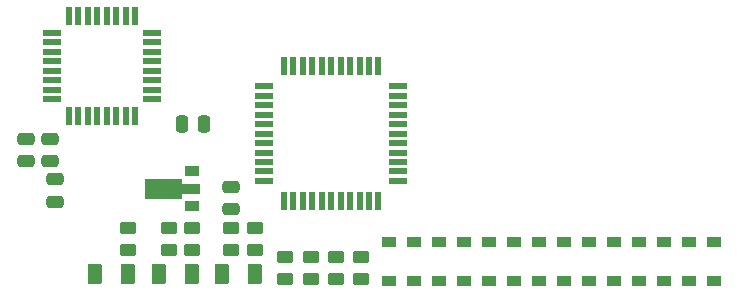
<source format=gbr>
%TF.GenerationSoftware,KiCad,Pcbnew,7.0.10*%
%TF.CreationDate,2024-06-09T02:47:37+01:00*%
%TF.ProjectId,Electron-PS2Slim,456c6563-7472-46f6-9e2d-505332536c69,rev?*%
%TF.SameCoordinates,Original*%
%TF.FileFunction,Paste,Top*%
%TF.FilePolarity,Positive*%
%FSLAX46Y46*%
G04 Gerber Fmt 4.6, Leading zero omitted, Abs format (unit mm)*
G04 Created by KiCad (PCBNEW 7.0.10) date 2024-06-09 02:47:37*
%MOMM*%
%LPD*%
G01*
G04 APERTURE LIST*
G04 Aperture macros list*
%AMRoundRect*
0 Rectangle with rounded corners*
0 $1 Rounding radius*
0 $2 $3 $4 $5 $6 $7 $8 $9 X,Y pos of 4 corners*
0 Add a 4 corners polygon primitive as box body*
4,1,4,$2,$3,$4,$5,$6,$7,$8,$9,$2,$3,0*
0 Add four circle primitives for the rounded corners*
1,1,$1+$1,$2,$3*
1,1,$1+$1,$4,$5*
1,1,$1+$1,$6,$7*
1,1,$1+$1,$8,$9*
0 Add four rect primitives between the rounded corners*
20,1,$1+$1,$2,$3,$4,$5,0*
20,1,$1+$1,$4,$5,$6,$7,0*
20,1,$1+$1,$6,$7,$8,$9,0*
20,1,$1+$1,$8,$9,$2,$3,0*%
%AMFreePoly0*
4,1,9,3.862500,-0.866500,0.737500,-0.866500,0.737500,-0.450000,-0.737500,-0.450000,-0.737500,0.450000,0.737500,0.450000,0.737500,0.866500,3.862500,0.866500,3.862500,-0.866500,3.862500,-0.866500,$1*%
G04 Aperture macros list end*
%ADD10R,1.200000X0.900000*%
%ADD11R,1.300000X0.900000*%
%ADD12FreePoly0,180.000000*%
%ADD13RoundRect,0.250000X-0.250000X-0.475000X0.250000X-0.475000X0.250000X0.475000X-0.250000X0.475000X0*%
%ADD14RoundRect,0.250000X0.450000X-0.262500X0.450000X0.262500X-0.450000X0.262500X-0.450000X-0.262500X0*%
%ADD15RoundRect,0.250000X-0.375000X-0.625000X0.375000X-0.625000X0.375000X0.625000X-0.375000X0.625000X0*%
%ADD16R,1.500000X0.550000*%
%ADD17R,0.550000X1.500000*%
%ADD18RoundRect,0.250000X-0.475000X0.250000X-0.475000X-0.250000X0.475000X-0.250000X0.475000X0.250000X0*%
%ADD19RoundRect,0.250000X-0.450000X0.262500X-0.450000X-0.262500X0.450000X-0.262500X0.450000X0.262500X0*%
%ADD20R,1.600000X0.550000*%
%ADD21R,0.550000X1.600000*%
G04 APERTURE END LIST*
D10*
%TO.C,D6*%
X83275000Y-106875000D03*
X83275000Y-103575000D03*
%TD*%
D11*
%TO.C,Q1*%
X56025000Y-100587500D03*
D12*
X55937500Y-99087500D03*
D11*
X56025000Y-97587500D03*
%TD*%
D10*
%TO.C,D7*%
X85375000Y-106875000D03*
X85375000Y-103575000D03*
%TD*%
D13*
%TO.C,C802*%
X55150000Y-93650000D03*
X57050000Y-93650000D03*
%TD*%
D14*
%TO.C,R18*%
X50625000Y-104250000D03*
X50625000Y-102425000D03*
%TD*%
D10*
%TO.C,D9*%
X89625000Y-106875000D03*
X89625000Y-103575000D03*
%TD*%
D15*
%TO.C,D17*%
X58535000Y-106287500D03*
X61335000Y-106287500D03*
%TD*%
D10*
%TO.C,D8*%
X87500000Y-106875000D03*
X87500000Y-103575000D03*
%TD*%
D16*
%TO.C,IC803*%
X73500000Y-98425000D03*
X73500000Y-97625000D03*
X73500000Y-96825000D03*
X73500000Y-96025000D03*
X73500000Y-95225000D03*
X73500000Y-94425000D03*
X73500000Y-93625000D03*
X73500000Y-92825000D03*
X73500000Y-92025000D03*
X73500000Y-91225000D03*
X73500000Y-90425000D03*
D17*
X71800000Y-88725000D03*
X71000000Y-88725000D03*
X70200000Y-88725000D03*
X69400000Y-88725000D03*
X68600000Y-88725000D03*
X67800000Y-88725000D03*
X67000000Y-88725000D03*
X66200000Y-88725000D03*
X65400000Y-88725000D03*
X64600000Y-88725000D03*
X63800000Y-88725000D03*
D16*
X62100000Y-90425000D03*
X62100000Y-91225000D03*
X62100000Y-92025000D03*
X62100000Y-92825000D03*
X62100000Y-93625000D03*
X62100000Y-94425000D03*
X62100000Y-95225000D03*
X62100000Y-96025000D03*
X62100000Y-96825000D03*
X62100000Y-97625000D03*
X62100000Y-98425000D03*
D17*
X63800000Y-100125000D03*
X64600000Y-100125000D03*
X65400000Y-100125000D03*
X66200000Y-100125000D03*
X67000000Y-100125000D03*
X67800000Y-100125000D03*
X68600000Y-100125000D03*
X69400000Y-100125000D03*
X70200000Y-100125000D03*
X71000000Y-100125000D03*
X71800000Y-100125000D03*
%TD*%
D18*
%TO.C,C806*%
X59350000Y-98925000D03*
X59350000Y-100825000D03*
%TD*%
D14*
%TO.C,R3*%
X66050000Y-106700000D03*
X66050000Y-104875000D03*
%TD*%
%TO.C,R4*%
X68200000Y-106700000D03*
X68200000Y-104875000D03*
%TD*%
D19*
%TO.C,R17*%
X56025000Y-102425000D03*
X56025000Y-104250000D03*
%TD*%
D10*
%TO.C,D14*%
X100200000Y-106875000D03*
X100200000Y-103575000D03*
%TD*%
D18*
%TO.C,C807*%
X44450000Y-98300000D03*
X44450000Y-100200000D03*
%TD*%
D10*
%TO.C,D3*%
X76925000Y-106875000D03*
X76925000Y-103575000D03*
%TD*%
D18*
%TO.C,C801*%
X41975000Y-94850000D03*
X41975000Y-96750000D03*
%TD*%
D10*
%TO.C,D5*%
X81150000Y-106875000D03*
X81150000Y-103575000D03*
%TD*%
D15*
%TO.C,D16*%
X53225000Y-106287500D03*
X56025000Y-106287500D03*
%TD*%
D20*
%TO.C,IC800*%
X44150000Y-85900000D03*
X44150000Y-86700000D03*
X44150000Y-87500000D03*
X44150000Y-88300000D03*
X44150000Y-89100000D03*
X44150000Y-89900000D03*
X44150000Y-90700000D03*
X44150000Y-91500000D03*
D21*
X45600000Y-92950000D03*
X46400000Y-92950000D03*
X47200000Y-92950000D03*
X48000000Y-92950000D03*
X48800000Y-92950000D03*
X49600000Y-92950000D03*
X50400000Y-92950000D03*
X51200000Y-92950000D03*
D20*
X52650000Y-91500000D03*
X52650000Y-90700000D03*
X52650000Y-89900000D03*
X52650000Y-89100000D03*
X52650000Y-88300000D03*
X52650000Y-87500000D03*
X52650000Y-86700000D03*
X52650000Y-85900000D03*
D21*
X51200000Y-84450000D03*
X50400000Y-84450000D03*
X49600000Y-84450000D03*
X48800000Y-84450000D03*
X48000000Y-84450000D03*
X47200000Y-84450000D03*
X46400000Y-84450000D03*
X45600000Y-84450000D03*
%TD*%
D18*
%TO.C,C800*%
X44025000Y-94850000D03*
X44025000Y-96750000D03*
%TD*%
D10*
%TO.C,D12*%
X96000000Y-106875000D03*
X96000000Y-103575000D03*
%TD*%
D19*
%TO.C,R804*%
X59350000Y-102425000D03*
X59350000Y-104250000D03*
%TD*%
D14*
%TO.C,R16*%
X54050000Y-104250000D03*
X54050000Y-102425000D03*
%TD*%
%TO.C,R5*%
X70350000Y-106700000D03*
X70350000Y-104875000D03*
%TD*%
%TO.C,R2*%
X63900000Y-106700000D03*
X63900000Y-104875000D03*
%TD*%
D10*
%TO.C,D4*%
X79050000Y-106875000D03*
X79050000Y-103575000D03*
%TD*%
%TO.C,D13*%
X98100000Y-106875000D03*
X98100000Y-103575000D03*
%TD*%
%TO.C,D10*%
X91750000Y-106875000D03*
X91750000Y-103575000D03*
%TD*%
D15*
%TO.C,D15*%
X47810000Y-106287500D03*
X50610000Y-106287500D03*
%TD*%
D10*
%TO.C,D11*%
X93875000Y-106875000D03*
X93875000Y-103575000D03*
%TD*%
D14*
%TO.C,R19*%
X61325000Y-104250000D03*
X61325000Y-102425000D03*
%TD*%
D10*
%TO.C,D2*%
X74800000Y-106875000D03*
X74800000Y-103575000D03*
%TD*%
%TO.C,D1*%
X72675000Y-106875000D03*
X72675000Y-103575000D03*
%TD*%
M02*

</source>
